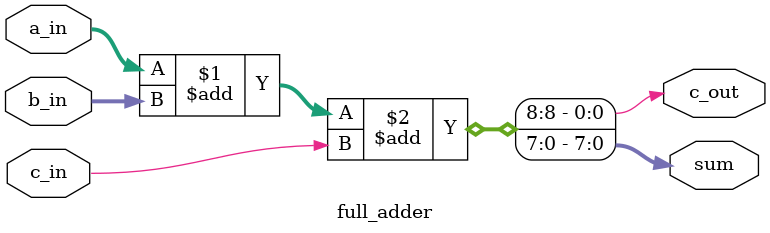
<source format=sv>
module full_adder #(
    parameter WIDTH=8)
    (input [WIDTH-1:0] a_in,
    input [WIDTH-1:0] b_in,
    input c_in,
    output logic [WIDTH-1:0] sum,
    output logic c_out);

    assign {c_out,sum} = a_in + b_in + c_in;

endmodule

</source>
